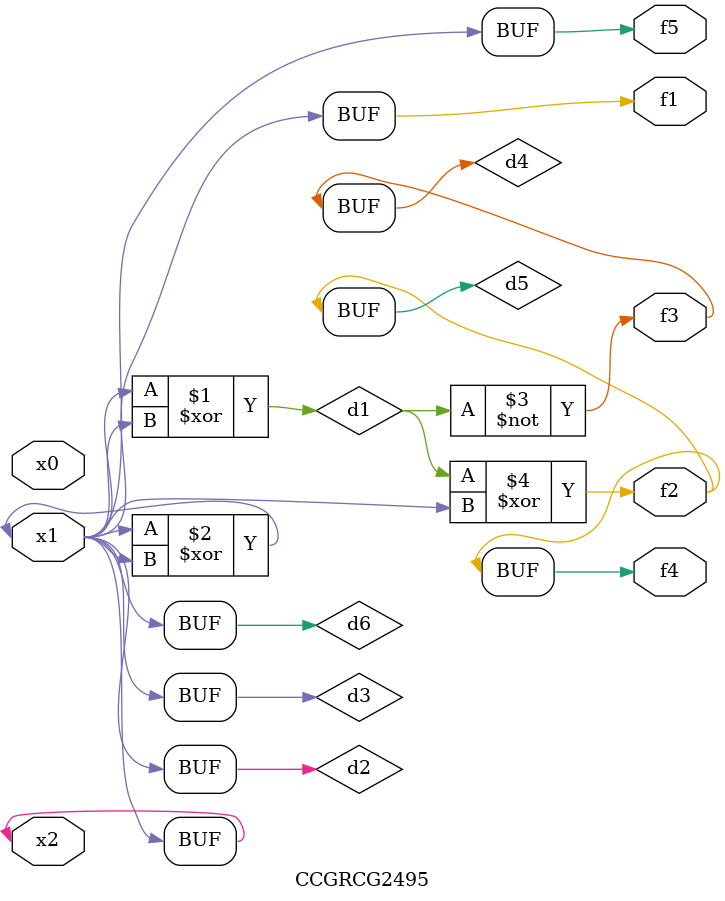
<source format=v>
module CCGRCG2495(
	input x0, x1, x2,
	output f1, f2, f3, f4, f5
);

	wire d1, d2, d3, d4, d5, d6;

	xor (d1, x1, x2);
	buf (d2, x1, x2);
	xor (d3, x1, x2);
	nor (d4, d1);
	xor (d5, d1, d2);
	buf (d6, d2, d3);
	assign f1 = d6;
	assign f2 = d5;
	assign f3 = d4;
	assign f4 = d5;
	assign f5 = d6;
endmodule

</source>
